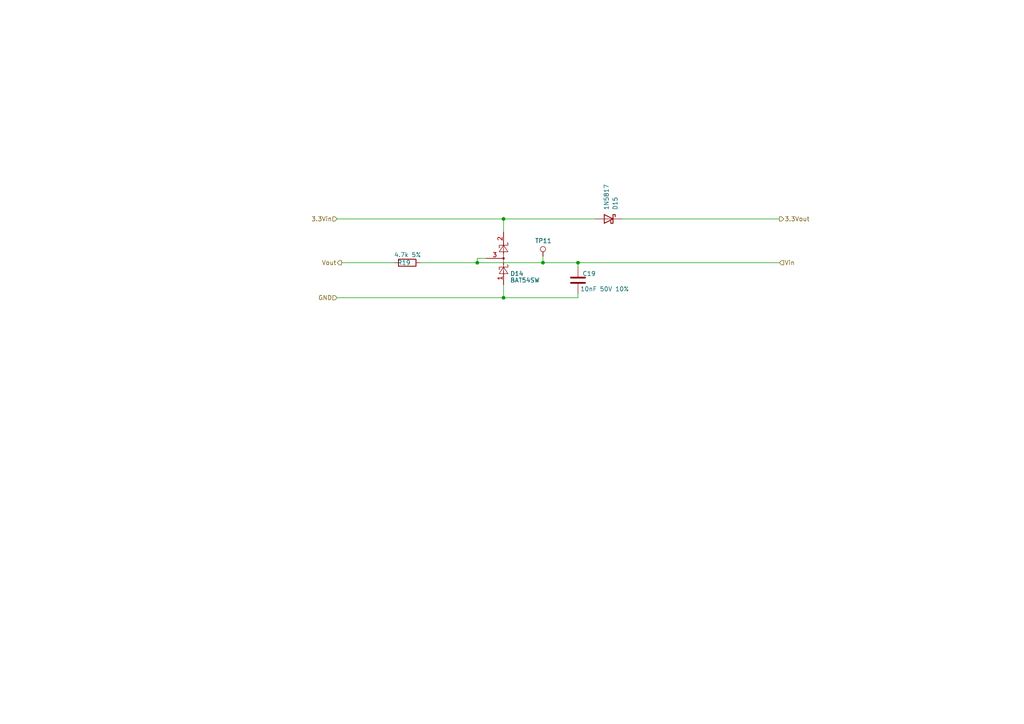
<source format=kicad_sch>
(kicad_sch (version 20231120) (generator "eeschema") (generator_version "8.0")
  (paper "A4")
  (title_block (title "Plant_watering_station") (comment 1 "Author: Jakub Szczudło"))
  (lib_symbols
    (symbol "Device:C" (pin_numbers hide) (pin_names (offset 0.254))
      (property "Reference" "C" (at 0.635 2.54 0))
      (property "Value" "C" (at 0.635 -2.54 0))
      (symbol "C_0_1"
        (polyline (pts (xy -2.032 -0.762) (xy 2.032 -0.762)) (stroke (width 0.508)))
        (polyline (pts (xy -2.032 0.762) (xy 2.032 0.762)) (stroke (width 0.508)))
      )
      (symbol "C_1_1"
        (pin passive line (at 0 3.81 270) (length 2.794) (name "~") (number "1"))
        (pin passive line (at 0 -3.81 90) (length 2.794) (name "~") (number "2"))
      )
    )
    (symbol "Device:R" (pin_numbers hide) (pin_names (offset 0))
      (property "Reference" "R" (at 2.032 0 90))
      (property "Value" "R" (at 0 0 90))
      (symbol "R_0_1"
        (rectangle (start -1.016 -2.54) (end 1.016 2.54) (stroke (width 0.254)))
      )
      (symbol "R_1_1"
        (pin passive line (at 0 3.81 270) (length 1.27) (name "~") (number "1"))
        (pin passive line (at 0 -3.81 90) (length 1.27) (name "~") (number "2"))
      )
    )
    (symbol "Diode:1N5819WS" (pin_numbers hide) (pin_names (offset 1.016) hide)
      (property "Reference" "D" (at 0 2.54 0))
      (property "Value" "1N5819WS" (at 0 -2.54 0))
      (symbol "1N5819WS_0_1"
        (polyline (pts (xy 1.27 0) (xy -1.27 0)))
        (polyline (pts (xy 1.27 1.27) (xy 1.27 -1.27) (xy -1.27 0) (xy 1.27 1.27)) (stroke (width 0.254)))
        (polyline (pts (xy -1.905 0.635) (xy -1.905 1.27) (xy -1.27 1.27) (xy -1.27 -1.27) (xy -0.635 -1.27) (xy -0.635 -0.635)) (stroke (width 0.254)))
      )
      (symbol "1N5819WS_1_1"
        (pin passive line (at -3.81 0 0) (length 2.54) (name "K") (number "1"))
        (pin passive line (at 3.81 0 180) (length 2.54) (name "A") (number "2"))
      )
    )
    (symbol "Diode:BAT54SW" (pin_names (offset 1.016))
      (property "Reference" "D" (at 0.635 -3.81 0))
      (property "Value" "BAT54SW" (at -6.35 3.175 0))
      (symbol "BAT54SW_0_1"
        (polyline (pts (xy -3.81 0) (xy -1.27 0)))
        (polyline (pts (xy -3.175 -1.27) (xy -3.175 -1.016)))
        (polyline (pts (xy -2.54 -1.27) (xy -3.175 -1.27)))
        (polyline (pts (xy -2.54 -1.27) (xy -2.54 1.27)))
        (polyline (pts (xy -2.54 1.27) (xy -1.905 1.27)))
        (polyline (pts (xy -1.905 0) (xy 1.905 0)))
        (polyline (pts (xy -1.905 1.27) (xy -1.905 1.016)))
        (polyline (pts (xy 1.27 0) (xy 3.81 0)))
        (polyline (pts (xy 3.175 -1.27) (xy 3.175 -1.016)))
        (polyline (pts (xy 3.81 -1.27) (xy 3.175 -1.27)))
        (polyline (pts (xy 3.81 -1.27) (xy 3.81 1.27)))
        (polyline (pts (xy 3.81 1.27) (xy 4.445 1.27)))
        (polyline (pts (xy 4.445 1.27) (xy 4.445 1.016)))
        (polyline (pts (xy -4.445 1.27) (xy -4.445 -1.27) (xy -2.54 0) (xy -4.445 1.27)))
        (polyline (pts (xy 1.905 1.27) (xy 1.905 -1.27) (xy 3.81 0) (xy 1.905 1.27)))
        (circle (center 0 0) (radius 0.254) (fill (type outline)))
      )
      (symbol "BAT54SW_1_1"
        (pin passive line (at -7.62 0 0) (length 3.81) (name "~") (number "1"))
        (pin passive line (at 7.62 0 180) (length 3.81) (name "~") (number "2"))
        (pin passive line (at 0 -5.08 90) (length 5.08) (name "~") (number "3"))
      )
    )
    (symbol "TP:TestPointShort" (pin_numbers hide) (pin_names (offset 0.762) hide) (in_bom no)
      (property "Reference" "TP" (at 0 6.35 0))
      (property "Value" "TestPointShort" (at 0 3.81 0))
      (symbol "TestPointShort_0_1"
        (circle (center 0 2.032) (radius 0.762))
      )
      (symbol "TestPointShort_1_1"
        (pin passive line (at 0 0 90) (length 1.27) (name "1") (number "1"))
      )
    )
  )
  (junction (at 167.64 76.2))
  (junction (at 146.05 63.5))
  (junction (at 138.43 76.2))
  (junction (at 146.05 86.36))
  (junction (at 157.48 76.2))
  (wire (pts (xy 180.34 63.5) (xy 226.06 63.5)))
  (wire (pts (xy 97.79 63.5) (xy 146.05 63.5)))
  (wire (pts (xy 140.97 74.93) (xy 138.43 74.93)))
  (wire (pts (xy 146.05 82.55) (xy 146.05 86.36)))
  (wire (pts (xy 97.79 86.36) (xy 146.05 86.36)))
  (wire (pts (xy 146.05 63.5) (xy 146.05 67.31)))
  (wire (pts (xy 167.64 76.2) (xy 226.06 76.2)))
  (wire (pts (xy 157.48 76.2) (xy 167.64 76.2)))
  (wire (pts (xy 138.43 76.2) (xy 157.48 76.2)))
  (wire (pts (xy 99.06 76.2) (xy 114.3 76.2)))
  (wire (pts (xy 146.05 86.36) (xy 167.64 86.36)))
  (wire (pts (xy 167.64 76.2) (xy 167.64 77.47)))
  (wire (pts (xy 157.48 74.295) (xy 157.48 76.2)))
  (wire (pts (xy 146.05 63.5) (xy 172.72 63.5)))
  (wire (pts (xy 138.43 74.93) (xy 138.43 76.2)))
  (wire (pts (xy 167.64 86.36) (xy 167.64 85.09)))
  (wire (pts (xy 121.92 76.2) (xy 138.43 76.2)))
  (hierarchical_label "3.3Vin" (shape input) (at 97.79 63.5 180))
  (hierarchical_label "3.3Vout" (shape output) (at 226.06 63.5 0))
  (hierarchical_label "Vin" (shape input) (at 226.06 76.2 0))
  (hierarchical_label "Vout" (shape output) (at 99.06 76.2 180))
  (hierarchical_label "GND" (shape input) (at 97.79 86.36 180))
  (symbol (lib_id "Device:R") (at 118.11 76.2 90) (mirror x) (unit 1)
    (property "Reference" "R19" (at 119.126 76.2 90) (effects (justify left)))
    (property "Value" "4.7k 5%" (at 122.174 73.914 90) (effects (justify left)))
    (property "Footprint" "Resistor_SMD:R_0805_2012Metric_Pad1.20x1.40mm_HandSolder" (effects (hide yes)))
    (property "TME link" "https://www.tme.eu/pl/details/smd0805-4k7/rezystory-smd/royal-ohm/0805s8j0472t5e/" (effects (hide yes)))
    (property "TME" "SMD0805-4K7" (effects (hide yes)))
    (instances (project "plant_watering" (path "" (reference "R19") (unit 1)) (path "" (reference "R22") (unit 1)) (path "" (reference "R23") (unit 1)) (path "" (reference "R20") (unit 1)) (path "" (reference "R18") (unit 1)) (path "" (reference "R24") (unit 1)) (path "" (reference "R3") (unit 1)) (path "" (reference "R21") (unit 1))))
  )
  (symbol (lib_id "Diode:1N5819WS") (at 176.53 63.5 0) (mirror y) (unit 1)
    (property "Reference" "D15" (at 178.435 60.96 90) (effects (justify left)))
    (property "Value" "1N5817" (at 175.895 60.96 90) (effects (justify left)))
    (property "Footprint" "Diode_SMD:D_SOD-323" (effects (hide yes)))
    (property "Datasheet" "https://datasheet.lcsc.com/lcsc/2204281430_Guangdong-Hottech-1N5819WS_C191023.pdf" (effects (hide yes)))
    (property "TME" "https://www.tme.eu/pl/details/1n5817-dio/diody-schottky-tht/diotec-semiconductor/1n5817/" (effects (hide yes)))
    (instances (project "plant_watering" (path "" (reference "D15") (unit 1)) (path "" (reference "D21") (unit 1)) (path "" (reference "D23") (unit 1)) (path "" (reference "D17") (unit 1)) (path "" (reference "D13") (unit 1)) (path "" (reference "D25") (unit 1)) (path "" (reference "D7") (unit 1)) (path "" (reference "D19") (unit 1))))
  )
  (symbol (lib_id "Device:C") (at 167.64 81.28 0) (unit 1)
    (property "Reference" "C19" (at 168.91 79.375 0) (effects (justify left)))
    (property "Value" "10nF 50V 10%" (at 168.275 83.82 0) (effects (justify left)))
    (property "Footprint" "Capacitor_SMD:C_0805_2012Metric" (effects (hide yes)))
    (property "TME link" "https://www.tme.eu/pl/details/0805b103k500ct/kondensatory-mlcc-smd/walsin/" (effects (hide yes)))
    (instances (project "plant_watering" (path "" (reference "C19") (unit 1)) (path "" (reference "C22") (unit 1)) (path "" (reference "C23") (unit 1)) (path "" (reference "C20") (unit 1)) (path "" (reference "C18") (unit 1)) (path "" (reference "C24") (unit 1)) (path "" (reference "C3") (unit 1)) (path "" (reference "C21") (unit 1))))
  )
  (symbol (lib_id "TP:TestPointShort") (at 157.48 74.295 0) (mirror y) (unit 1) (in_bom no)
    (property "Reference" "TP11" (at 160.02 69.85 0) (effects (justify left)))
    (property "Value" "TP" (effects (hide yes)))
    (property "Footprint" "TestPoint:TestPoint_Pad_D1.0mm" (effects (hide yes)))
    (property "Shop" "N/A" (effects (hide yes)))
    (instances (project "plant_watering" (path "" (reference "TP11") (unit 1)) (path "" (reference "TP14") (unit 1)) (path "" (reference "TP15") (unit 1)) (path "" (reference "TP12") (unit 1)) (path "" (reference "TP10") (unit 1)) (path "" (reference "TP16") (unit 1)) (path "" (reference "TP1") (unit 1)) (path "" (reference "TP13") (unit 1))))
  )
  (symbol (lib_id "Diode:BAT54SW") (at 146.05 74.93 270) (mirror x) (unit 1)
    (property "Reference" "D14" (at 147.955 79.3749 90) (effects (justify left)))
    (property "Value" "BAT54SW" (at 147.955 81.2799 90) (effects (justify left)))
    (property "Footprint" "Package_TO_SOT_SMD:SOT-323_SC-70" (effects (hide yes)))
    (property "TME link" "https://www.tme.eu/pl/details/bat54sw.115/diody-schottky-smd/nexperia/bat54sw-115/" (effects (hide yes)))
    (instances (project "plant_watering" (path "" (reference "D14") (unit 1)) (path "" (reference "D20") (unit 1)) (path "" (reference "D22") (unit 1)) (path "" (reference "D16") (unit 1)) (path "" (reference "D12") (unit 1)) (path "" (reference "D24") (unit 1)) (path "" (reference "D6") (unit 1)) (path "" (reference "D18") (unit 1))))
  )
)
</source>
